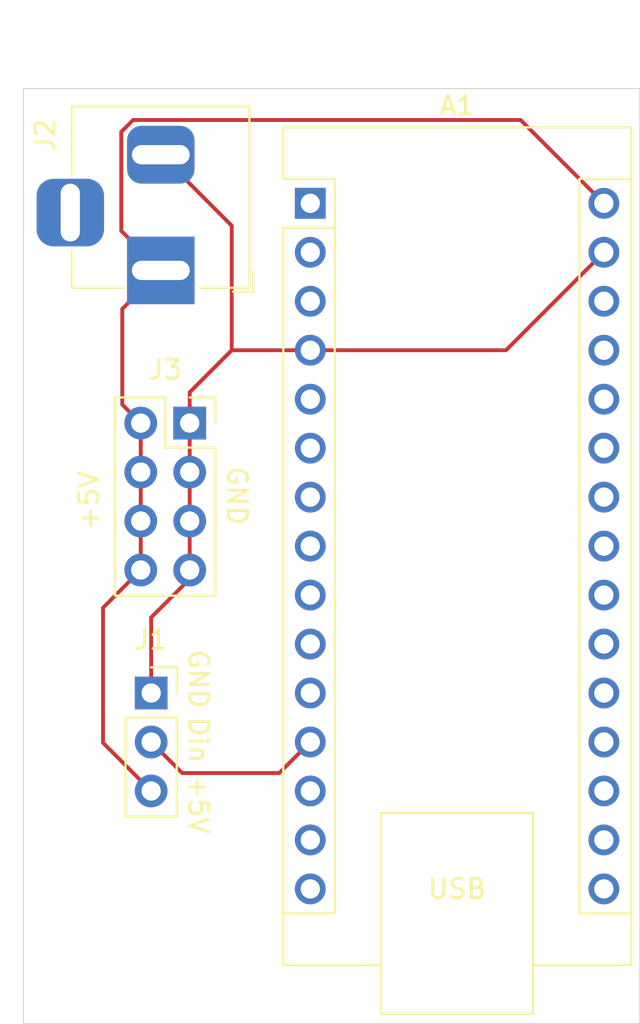
<source format=kicad_pcb>
(kicad_pcb (version 20241229) (generator "pcbnew") (generator_version "9.0")
  (layers (0 "F.Cu" signal) (2 "B.Cu" signal) (13 "F.Paste" user) (15 "B.Paste" user) (5 "F.SilkS" user "F.Silkscreen") (7 "B.SilkS" user "B.Silkscreen") (1 "F.Mask" user) (3 "B.Mask" user) (25 "Edge.Cuts" user))
  (net 0 "")
  (net 8 "+5V")
  (net 13 "GND")
  (net 24 "Net-(A1-D9)")
  (footprint "Connector_PinSocket_2.54mm:PinSocket_1x03_P2.54mm_Vertical" (layer "F.Cu") (at 149.13 113.85)
    (property "Reference" "J1" (at 0 -2.77 0) (layer "F.SilkS"))
    (property "Value" "Conn_01x03_Socket")
    (fp_line (start -1.33 1.27) (end -1.33 6.41) (stroke (width 0.12)) (layer "F.SilkS"))
    (fp_line (start -1.33 1.27) (end 1.33 1.27) (stroke (width 0.12)) (layer "F.SilkS"))
    (fp_line (start -1.33 6.41) (end 1.33 6.41) (stroke (width 0.12)) (layer "F.SilkS"))
    (fp_line (start 0 -1.33) (end 1.33 -1.33) (stroke (width 0.12)) (layer "F.SilkS"))
    (fp_line (start 1.33 -1.33) (end 1.33 0) (stroke (width 0.12)) (layer "F.SilkS"))
    (fp_line (start 1.33 1.27) (end 1.33 6.41) (stroke (width 0.12)) (layer "F.SilkS"))
    (pad "1" thru_hole rect (at 0 0) (size 1.7 1.7) (drill 1) (layers "*.Cu" "*.Mask") (net 13 "GND"))
    (pad "2" thru_hole circle (at 0 2.54) (size 1.7 1.7) (drill 1) (layers "*.Cu" "*.Mask") (net 24 "Net-(A1-D9)"))
    (pad "3" thru_hole circle (at 0 5.08) (size 1.7 1.7) (drill 1) (layers "*.Cu" "*.Mask") (net 8 "+5V"))
  )
  (footprint "Connector_BarrelJack:BarrelJack_Horizontal" (layer "F.Cu") (at 149.63 91.93 -90)
    (property "Reference" "J2" (at -7 6 90) (layer "F.SilkS"))
    (property "Value" "Barrel_Jack_Switch")
    (fp_line (start -8.5 4.6) (end -8.5 -4.6) (stroke (width 0.12)) (layer "F.SilkS"))
    (fp_line (start -5 4.6) (end -8.5 4.6) (stroke (width 0.12)) (layer "F.SilkS"))
    (fp_line (start 0.9 4.6) (end -1 4.6) (stroke (width 0.12)) (layer "F.SilkS"))
    (fp_line (start 0.9 1.9) (end 0.9 4.6) (stroke (width 0.12)) (layer "F.SilkS"))
    (fp_line (start 1.1 -3.75) (end 1.1 -4.8) (stroke (width 0.12)) (layer "F.SilkS"))
    (fp_line (start -8.5 -4.6) (end 0.9 -4.6) (stroke (width 0.12)) (layer "F.SilkS"))
    (fp_line (start 0.9 -4.6) (end 0.9 -2) (stroke (width 0.12)) (layer "F.SilkS"))
    (fp_line (start 0.05 -4.8) (end 1.1 -4.8) (stroke (width 0.12)) (layer "F.SilkS"))
    (pad "1" thru_hole rect (at 0 0 270) (size 3.5 3.5) (drill oval 1 3) (layers "*.Cu" "*.Mask") (net 8 "+5V"))
    (pad "2" thru_hole roundrect (at -6 0 270) (size 3 3.5) (drill oval 1 3) (layers "*.Cu" "*.Mask") (net 13 "GND"))
    (pad "3" thru_hole roundrect (at -3 4.7 270) (size 3.5 3.5) (drill oval 3 1) (layers "*.Cu" "*.Mask"))
  )
  (footprint "Module:Arduino_Nano" (layer "F.Cu") (at 157.39 88.45)
    (property "Reference" "A1" (at 7.62 -5.08 0) (layer "F.SilkS"))
    (property "Value" "Arduino_Nano_v3.x")
    (fp_line (start -1.4 -3.94) (end -1.4 -1.27) (stroke (width 0.12)) (layer "F.SilkS"))
    (fp_line (start -1.4 1.27) (end -1.4 39.5) (stroke (width 0.12)) (layer "F.SilkS"))
    (fp_line (start -1.4 39.5) (end 3.68 39.5) (stroke (width 0.12)) (layer "F.SilkS"))
    (fp_line (start 1.27 -1.27) (end -1.4 -1.27) (stroke (width 0.12)) (layer "F.SilkS"))
    (fp_line (start 1.27 1.27) (end -1.4 1.27) (stroke (width 0.12)) (layer "F.SilkS"))
    (fp_line (start 1.27 1.27) (end 1.27 -1.27) (stroke (width 0.12)) (layer "F.SilkS"))
    (fp_line (start 1.27 1.27) (end 1.27 36.83) (stroke (width 0.12)) (layer "F.SilkS"))
    (fp_line (start 1.27 36.83) (end -1.4 36.83) (stroke (width 0.12)) (layer "F.SilkS"))
    (fp_line (start 3.68 31.62) (end 11.56 31.62) (stroke (width 0.12)) (layer "F.SilkS"))
    (fp_line (start 3.68 42.04) (end 3.68 31.62) (stroke (width 0.12)) (layer "F.SilkS"))
    (fp_line (start 11.56 31.62) (end 11.56 42.04) (stroke (width 0.12)) (layer "F.SilkS"))
    (fp_line (start 11.56 42.04) (end 3.68 42.04) (stroke (width 0.12)) (layer "F.SilkS"))
    (fp_line (start 13.97 -1.27) (end 13.97 36.83) (stroke (width 0.12)) (layer "F.SilkS"))
    (fp_line (start 13.97 -1.27) (end 16.64 -1.27) (stroke (width 0.12)) (layer "F.SilkS"))
    (fp_line (start 13.97 36.83) (end 16.64 36.83) (stroke (width 0.12)) (layer "F.SilkS"))
    (fp_line (start 16.64 -3.94) (end -1.4 -3.94) (stroke (width 0.12)) (layer "F.SilkS"))
    (fp_line (start 16.64 39.5) (end 11.56 39.5) (stroke (width 0.12)) (layer "F.SilkS"))
    (fp_line (start 16.64 39.5) (end 16.64 -3.94) (stroke (width 0.12)) (layer "F.SilkS"))
    (fp_text user "USB" (at 7.62 35.56 0) (layer "F.SilkS"))
    (pad "1" thru_hole rect (at 0 0) (size 1.6 1.6) (drill 1) (layers "*.Cu" "*.Mask"))
    (pad "2" thru_hole oval (at 0 2.54) (size 1.6 1.6) (drill 1) (layers "*.Cu" "*.Mask"))
    (pad "3" thru_hole oval (at 0 5.08) (size 1.6 1.6) (drill 1) (layers "*.Cu" "*.Mask"))
    (pad "4" thru_hole oval (at 0 7.62) (size 1.6 1.6) (drill 1) (layers "*.Cu" "*.Mask") (net 13 "GND"))
    (pad "5" thru_hole oval (at 0 10.16) (size 1.6 1.6) (drill 1) (layers "*.Cu" "*.Mask"))
    (pad "6" thru_hole oval (at 0 12.7) (size 1.6 1.6) (drill 1) (layers "*.Cu" "*.Mask"))
    (pad "7" thru_hole oval (at 0 15.24) (size 1.6 1.6) (drill 1) (layers "*.Cu" "*.Mask"))
    (pad "8" thru_hole oval (at 0 17.78) (size 1.6 1.6) (drill 1) (layers "*.Cu" "*.Mask"))
    (pad "9" thru_hole oval (at 0 20.32) (size 1.6 1.6) (drill 1) (layers "*.Cu" "*.Mask"))
    (pad "10" thru_hole oval (at 0 22.86) (size 1.6 1.6) (drill 1) (layers "*.Cu" "*.Mask"))
    (pad "11" thru_hole oval (at 0 25.4) (size 1.6 1.6) (drill 1) (layers "*.Cu" "*.Mask"))
    (pad "12" thru_hole oval (at 0 27.94) (size 1.6 1.6) (drill 1) (layers "*.Cu" "*.Mask") (net 24 "Net-(A1-D9)"))
    (pad "13" thru_hole oval (at 0 30.48) (size 1.6 1.6) (drill 1) (layers "*.Cu" "*.Mask"))
    (pad "14" thru_hole oval (at 0 33.02) (size 1.6 1.6) (drill 1) (layers "*.Cu" "*.Mask"))
    (pad "15" thru_hole oval (at 0 35.56) (size 1.6 1.6) (drill 1) (layers "*.Cu" "*.Mask"))
    (pad "16" thru_hole oval (at 15.24 35.56) (size 1.6 1.6) (drill 1) (layers "*.Cu" "*.Mask"))
    (pad "17" thru_hole oval (at 15.24 33.02) (size 1.6 1.6) (drill 1) (layers "*.Cu" "*.Mask"))
    (pad "18" thru_hole oval (at 15.24 30.48) (size 1.6 1.6) (drill 1) (layers "*.Cu" "*.Mask"))
    (pad "19" thru_hole oval (at 15.24 27.94) (size 1.6 1.6) (drill 1) (layers "*.Cu" "*.Mask"))
    (pad "20" thru_hole oval (at 15.24 25.4) (size 1.6 1.6) (drill 1) (layers "*.Cu" "*.Mask"))
    (pad "21" thru_hole oval (at 15.24 22.86) (size 1.6 1.6) (drill 1) (layers "*.Cu" "*.Mask"))
    (pad "22" thru_hole oval (at 15.24 20.32) (size 1.6 1.6) (drill 1) (layers "*.Cu" "*.Mask"))
    (pad "23" thru_hole oval (at 15.24 17.78) (size 1.6 1.6) (drill 1) (layers "*.Cu" "*.Mask"))
    (pad "24" thru_hole oval (at 15.24 15.24) (size 1.6 1.6) (drill 1) (layers "*.Cu" "*.Mask"))
    (pad "25" thru_hole oval (at 15.24 12.7) (size 1.6 1.6) (drill 1) (layers "*.Cu" "*.Mask"))
    (pad "26" thru_hole oval (at 15.24 10.16) (size 1.6 1.6) (drill 1) (layers "*.Cu" "*.Mask"))
    (pad "27" thru_hole oval (at 15.24 7.62) (size 1.6 1.6) (drill 1) (layers "*.Cu" "*.Mask"))
    (pad "28" thru_hole oval (at 15.24 5.08) (size 1.6 1.6) (drill 1) (layers "*.Cu" "*.Mask"))
    (pad "29" thru_hole oval (at 15.24 2.54) (size 1.6 1.6) (drill 1) (layers "*.Cu" "*.Mask") (net 13 "GND"))
    (pad "30" thru_hole oval (at 15.24 0) (size 1.6 1.6) (drill 1) (layers "*.Cu" "*.Mask") (net 8 "+5V"))
  )
  (footprint "Connector_PinSocket_2.54mm:PinSocket_2x04_P2.54mm_Vertical" (layer "F.Cu") (at 151.13 99.85)
    (property "Reference" "J3" (at -1.27 -2.77 0) (layer "F.SilkS"))
    (property "Value" "Conn_02x04_Odd_Even")
    (fp_line (start -3.87 -1.33) (end -3.87 8.95) (stroke (width 0.12)) (layer "F.SilkS"))
    (fp_line (start -3.87 -1.33) (end -1.27 -1.33) (stroke (width 0.12)) (layer "F.SilkS"))
    (fp_line (start -3.87 8.95) (end 1.33 8.95) (stroke (width 0.12)) (layer "F.SilkS"))
    (fp_line (start -1.27 -1.33) (end -1.27 1.27) (stroke (width 0.12)) (layer "F.SilkS"))
    (fp_line (start -1.27 1.27) (end 1.33 1.27) (stroke (width 0.12)) (layer "F.SilkS"))
    (fp_line (start 0 -1.33) (end 1.33 -1.33) (stroke (width 0.12)) (layer "F.SilkS"))
    (fp_line (start 1.33 -1.33) (end 1.33 0) (stroke (width 0.12)) (layer "F.SilkS"))
    (fp_line (start 1.33 1.27) (end 1.33 8.95) (stroke (width 0.12)) (layer "F.SilkS"))
    (pad "1" thru_hole rect (at 0 0) (size 1.7 1.7) (drill 1) (layers "*.Cu" "*.Mask") (net 13 "GND"))
    (pad "2" thru_hole circle (at -2.54 0) (size 1.7 1.7) (drill 1) (layers "*.Cu" "*.Mask") (net 8 "+5V"))
    (pad "3" thru_hole circle (at 0 2.54) (size 1.7 1.7) (drill 1) (layers "*.Cu" "*.Mask") (net 13 "GND"))
    (pad "4" thru_hole circle (at -2.54 2.54) (size 1.7 1.7) (drill 1) (layers "*.Cu" "*.Mask") (net 8 "+5V"))
    (pad "5" thru_hole circle (at 0 5.08) (size 1.7 1.7) (drill 1) (layers "*.Cu" "*.Mask") (net 13 "GND"))
    (pad "6" thru_hole circle (at -2.54 5.08) (size 1.7 1.7) (drill 1) (layers "*.Cu" "*.Mask") (net 8 "+5V"))
    (pad "7" thru_hole circle (at 0 7.62) (size 1.7 1.7) (drill 1) (layers "*.Cu" "*.Mask") (net 13 "GND"))
    (pad "8" thru_hole circle (at -2.54 7.62) (size 1.7 1.7) (drill 1) (layers "*.Cu" "*.Mask") (net 8 "+5V"))
  )
  (gr_rect (start 142.5 82.5) (end 174.5 131) (stroke (width 0.05)) (fill no) (layer "Edge.Cuts"))
  (gr_text "GND" (at 151 111.5 270) (layer "F.SilkS") (effects (font (size 1 1)) (justify left bottom)))
  (gr_text "+5V" (at 146.5 105.5 90) (layer "F.SilkS") (effects (font (size 1 1)) (justify left bottom)))
  (gr_text "Din" (at 151 115 270) (layer "F.SilkS") (effects (font (size 1 1)) (justify left bottom)))
  (gr_text "GND" (at 153 102 270) (layer "F.SilkS") (effects (font (size 1 1)) (justify left bottom)))
  (gr_text "+5V" (at 151 118 270) (layer "F.SilkS") (effects (font (size 1 1)) (justify left bottom)))
  (segment (start 148.59 99.85) (end 148.59 107.47) (width 0.2) (layer "F.Cu") (net 8))
  (segment (start 168.309 84.129) (end 148.19466 84.129) (width 0.2) (layer "F.Cu") (net 8))
  (segment (start 147.63 93.93) (end 147.63 98.89) (width 0.2) (layer "F.Cu") (net 8))
  (segment (start 147.579 89.879) (end 149.63 91.93) (width 0.2) (layer "F.Cu") (net 8))
  (segment (start 147.63 98.89) (end 148.59 99.85) (width 0.2) (layer "F.Cu") (net 8))
  (segment (start 146.63 116.43) (end 149.13 118.93) (width 0.2) (layer "F.Cu") (net 8))
  (segment (start 146.63 109.43) (end 146.63 116.43) (width 0.2) (layer "F.Cu") (net 8))
  (segment (start 147.579 84.74466) (end 147.579 89.879) (width 0.2) (layer "F.Cu") (net 8))
  (segment (start 149.63 91.93) (end 147.63 93.93) (width 0.2) (layer "F.Cu") (net 8))
  (segment (start 148.19466 84.129) (end 147.579 84.74466) (width 0.2) (layer "F.Cu") (net 8))
  (segment (start 148.59 107.47) (end 146.63 109.43) (width 0.2) (layer "F.Cu") (net 8))
  (segment (start 172.63 88.45) (end 168.309 84.129) (width 0.2) (layer "F.Cu") (net 8))
  (segment (start 167.55 96.07) (end 172.63 90.99) (width 0.2) (layer "F.Cu") (net 13))
  (segment (start 151.13 107.47) (end 151.13 107.93) (width 0.2) (layer "F.Cu") (net 13))
  (segment (start 153.3125 89.6125) (end 153.3125 96.07) (width 0.2) (layer "F.Cu") (net 13))
  (segment (start 149.63 85.93) (end 153.3125 89.6125) (width 0.2) (layer "F.Cu") (net 13))
  (segment (start 151.13 99.85) (end 151.13 107.47) (width 0.2) (layer "F.Cu") (net 13))
  (segment (start 157.39 96.07) (end 167.55 96.07) (width 0.2) (layer "F.Cu") (net 13))
  (segment (start 149.13 109.93) (end 149.13 113.85) (width 0.2) (layer "F.Cu") (net 13))
  (segment (start 151.13 107.93) (end 149.13 109.93) (width 0.2) (layer "F.Cu") (net 13))
  (segment (start 157.39 96.07) (end 153.3125 96.07) (width 0.2) (layer "F.Cu") (net 13))
  (segment (start 153.3125 96.07) (end 151.13 98.2525) (width 0.2) (layer "F.Cu") (net 13))
  (segment (start 151.13 98.2525) (end 151.13 99.85) (width 0.2) (layer "F.Cu") (net 13))
  (segment (start 155.78 118) (end 157.39 116.39) (width 0.2) (layer "F.Cu") (net 24))
  (segment (start 150.74 118) (end 155.78 118) (width 0.2) (layer "F.Cu") (net 24))
  (segment (start 149.13 116.39) (end 150.74 118) (width 0.2) (layer "F.Cu") (net 24))
)
</source>
